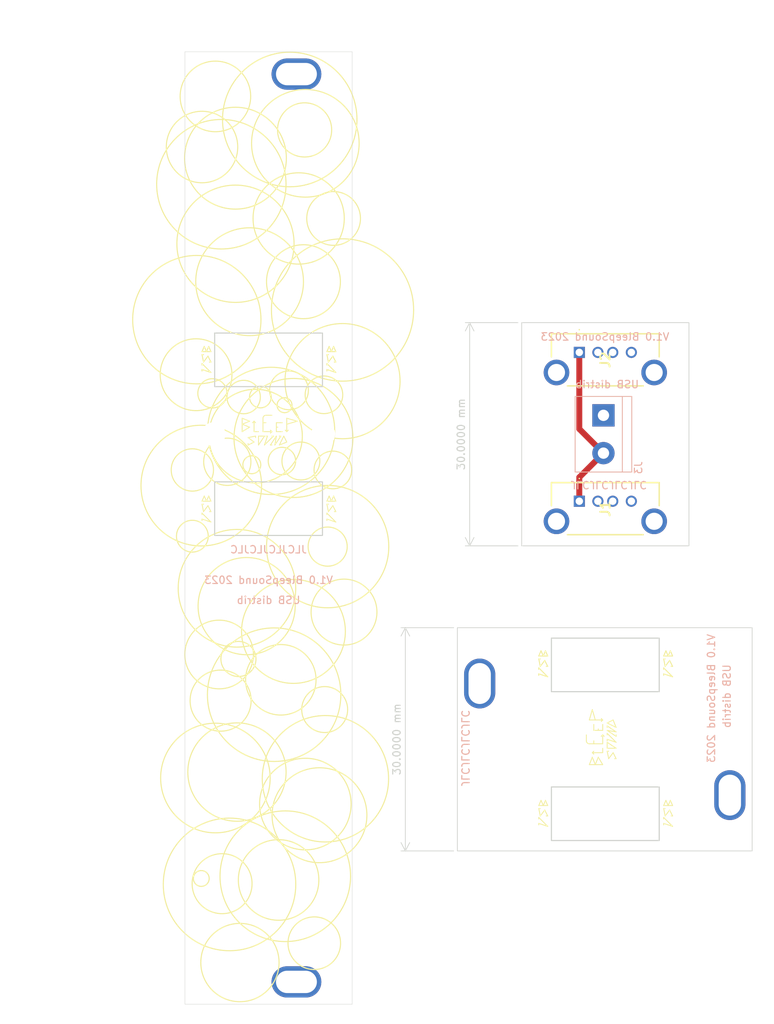
<source format=kicad_pcb>
(kicad_pcb (version 20221018) (generator pcbnew)
  (layers (0 "F.Cu" signal) (31 "B.Cu" signal) (34 "B.Paste" user) (35 "F.Paste" user) (36 "B.SilkS" user "B.Silkscreen") (37 "F.SilkS" user "F.Silkscreen") (38 "B.Mask" user) (39 "F.Mask" user) (44 "Edge.Cuts" user))
  (net 0 "")
  (net 1 "GND")
  (net 2 "+5V")
  (footprint "MountingHole:MountingHole_3.2mm_M3" (layer "F.Cu") (at 153.4 73.4 90)
    (fp_text reference "H7" hide)
    (fp_text value "SpacerHoles")
    (pad "" np_thru_hole circle locked (at 0 0 90) (size 3.2 3.2) (drill 3.2) (layers "*.Cu" "*.Mask"))
  )
  (footprint "MountingHole:MountingHole_3.2mm_M3" (layer "F.Cu") (at 93.35 73.4)
    (fp_text reference "H10" hide)
    (fp_text value "SpacerHoles")
    (pad "" np_thru_hole circle (at 0 0) (size 3.2 3.2) (drill 3.2) (layers "*.Cu" "*.Mask"))
  )
  (footprint "MountingHole:MountingHole_3.2mm_M3" (layer "F.Cu") (at 138.55 73.4 90)
    (fp_text reference "H5" hide)
    (fp_text value "SpacerHoles")
    (pad "" np_thru_hole circle locked (at 0 0 90) (size 3.2 3.2) (drill 3.2) (layers "*.Cu" "*.Mask"))
  )
  (footprint "Kicad-perso:GSB11111ALF" (layer "F.Cu") (at 142.55 62.4 90)
    (fp_text reference "J2" (at -1 3.5 90) (layer "F.SilkS") (effects (font (size 1.27 1.27) (thickness 0.254))))
    (fp_text value "GSB11111ALF" hide)
    (fp_line (start -4.5 -1.6) (end -4.5 8.6) (stroke (width 0.2)) (layer "F.SilkS"))
    (fp_line (start -0.6 -3.75) (end 2.5 -3.75) (stroke (width 0.2)) (layer "F.SilkS"))
    (fp_line (start 2.5 -3.75) (end 2.5 10.75) (stroke (width 0.2)) (layer "F.SilkS"))
    (fp_line (start 2.5 10.75) (end -0.6 10.75) (stroke (width 0.2)) (layer "F.SilkS"))
    (fp_line (start 3 0) (end 3 0) (stroke (width 0.1)) (layer "F.SilkS"))
    (fp_line (start 3.1 0) (end 3.1 0) (stroke (width 0.1)) (layer "F.SilkS"))
    (fp_arc (start 3 0) (mid 3.05 -0.05) (end 3.1 0) (stroke (width 0.1)) (layer "F.SilkS"))
    (fp_arc (start 3.1 0) (mid 3.05 0.05) (end 3 0) (stroke (width 0.1)) (layer "F.SilkS"))
    (pad "1" thru_hole rect (at 0 0 90) (size 1.5 1.5) (drill 1) (layers "*.Cu" "*.Mask") (net 2 "+5V"))
    (pad "2" thru_hole circle (at 0 2.5 90) (size 1.5 1.5) (drill 1) (layers "*.Cu" "*.Mask") (net 1 "GND"))
    (pad "3" thru_hole circle (at 0 4.5 90) (size 1.5 1.5) (drill 1) (layers "*.Cu" "*.Mask") (net 1 "GND"))
    (pad "4" thru_hole circle (at 0 7 90) (size 1.5 1.5) (drill 1) (layers "*.Cu" "*.Mask") (net 1 "GND"))
    (pad "MH1" thru_hole circle (at -2.7 -3.07 90) (size 3.45 3.45) (drill 2.3) (layers "*.Cu" "*.Mask") (net 1 "GND"))
    (pad "MH2" thru_hole circle (at -2.7 10.07 90) (size 3.45 3.45) (drill 2.3) (layers "*.Cu" "*.Mask") (net 1 "GND"))
  )
  (footprint "Synth:Doepfer Mounting hole" (layer "F.Cu") (at 104.5 147)
    (fp_text reference "H1" hide)
    (fp_text value "MountingHole")
    (pad "1" thru_hole oval (at 0 0) (size 6.7 4.2) (drill oval 5.5 3) (layers "*.Cu" "*.Mask"))
  )
  (footprint "Synth:Doepfer Mounting hole" (layer "F.Cu") (at 162.8 121.9 90)
    (fp_text reference "H4" hide)
    (fp_text value "MountingHole")
    (pad "1" thru_hole oval (at 0 0 90) (size 6.7 4.2) (drill oval 5.5 3) (layers "*.Cu" "*.Mask"))
  )
  (footprint "MountingHole:MountingHole_3.2mm_M3" (layer "F.Cu") (at 108.1 73.4)
    (fp_text reference "H9" hide)
    (fp_text value "SpacerHoles")
    (pad "" np_thru_hole circle (at 0 0) (size 3.2 3.2) (drill 3.2) (layers "*.Cu" "*.Mask"))
  )
  (footprint "MountingHole:MountingHole_3.2mm_M3" (layer "F.Cu") (at 153.3 114.4 90)
    (fp_text reference "H8" hide)
    (fp_text value "SpacerHoles")
    (pad "" np_thru_hole circle locked (at 0 0 90) (size 3.2 3.2) (drill 3.2) (layers "*.Cu" "*.Mask"))
  )
  (footprint "Synth:Doepfer Mounting hole" (layer "F.Cu") (at 104.5 25)
    (fp_text reference "H3" hide)
    (fp_text value "MountingHole")
    (pad "1" thru_hole oval (at 0 0) (size 6.7 4.2) (drill oval 5.5 3) (layers "*.Cu" "*.Mask"))
  )
  (footprint "Kicad-perso:GSB11111ALF" (layer "F.Cu") (at 142.55 82.4 90)
    (fp_text reference "J1" (at -1 3.5 90) (layer "F.SilkS") (effects (font (size 1.27 1.27) (thickness 0.254))))
    (fp_text value "GSB11111ALF" hide)
    (fp_line (start -4.5 -1.6) (end -4.5 8.6) (stroke (width 0.2)) (layer "F.SilkS"))
    (fp_line (start -0.6 -3.75) (end 2.5 -3.75) (stroke (width 0.2)) (layer "F.SilkS"))
    (fp_line (start 2.5 -3.75) (end 2.5 10.75) (stroke (width 0.2)) (layer "F.SilkS"))
    (fp_line (start 2.5 10.75) (end -0.6 10.75) (stroke (width 0.2)) (layer "F.SilkS"))
    (fp_line (start 3 0) (end 3 0) (stroke (width 0.1)) (layer "F.SilkS"))
    (fp_line (start 3.1 0) (end 3.1 0) (stroke (width 0.1)) (layer "F.SilkS"))
    (fp_arc (start 3 0) (mid 3.05 -0.05) (end 3.1 0) (stroke (width 0.1)) (layer "F.SilkS"))
    (fp_arc (start 3.1 0) (mid 3.05 0.05) (end 3 0) (stroke (width 0.1)) (layer "F.SilkS"))
    (pad "1" thru_hole rect (at 0 0 90) (size 1.5 1.5) (drill 1) (layers "*.Cu" "*.Mask") (net 2 "+5V"))
    (pad "2" thru_hole circle (at 0 2.5 90) (size 1.5 1.5) (drill 1) (layers "*.Cu" "*.Mask") (net 1 "GND"))
    (pad "3" thru_hole circle (at 0 4.5 90) (size 1.5 1.5) (drill 1) (layers "*.Cu" "*.Mask") (net 1 "GND"))
    (pad "4" thru_hole circle (at 0 7 90) (size 1.5 1.5) (drill 1) (layers "*.Cu" "*.Mask") (net 1 "GND"))
    (pad "MH1" thru_hole circle (at -2.7 -3.07 90) (size 3.45 3.45) (drill 2.3) (layers "*.Cu" "*.Mask") (net 1 "GND"))
    (pad "MH2" thru_hole circle (at -2.7 10.07 90) (size 3.45 3.45) (drill 2.3) (layers "*.Cu" "*.Mask") (net 1 "GND"))
  )
  (footprint "MountingHole:MountingHole_3.2mm_M3" (layer "F.Cu") (at 138.55 114.4 90)
    (fp_text reference "H6" hide)
    (fp_text value "SpacerHoles")
    (pad "" np_thru_hole circle locked (at 0 0 90) (size 3.2 3.2) (drill 3.2) (layers "*.Cu" "*.Mask"))
  )
  (footprint "Synth:Doepfer Mounting hole" (layer "F.Cu") (at 129.15 106.9 90)
    (fp_text reference "H2" hide)
    (fp_text value "MountingHole")
    (pad "1" thru_hole oval (at 0 0 90) (size 6.7 4.2) (drill oval 5.5 3) (layers "*.Cu" "*.Mask"))
  )
  (footprint "TerminalBlock:TerminalBlock_bornier-2_P5.08mm" (layer "B.Cu") (at 145.8 70.86 -90)
    (fp_text reference "J3" (at 7.04 -4.7 90) (layer "B.SilkS") (effects (justify mirror)))
    (fp_text value "Power_Input")
    (fp_line (start -2.54 -3.81) (end 7.62 -3.81) (stroke (width 0.12)) (layer "B.SilkS"))
    (fp_line (start -2.54 3.81) (end -2.54 -3.81) (stroke (width 0.12)) (layer "B.SilkS"))
    (fp_line (start 7.62 -3.81) (end 7.62 3.81) (stroke (width 0.12)) (layer "B.SilkS"))
    (fp_line (start 7.62 -2.54) (end -2.54 -2.54) (stroke (width 0.12)) (layer "B.SilkS"))
    (fp_line (start 7.62 3.81) (end -2.54 3.81) (stroke (width 0.12)) (layer "B.SilkS"))
    (pad "1" thru_hole rect (at 0 0 270) (size 3 3) (drill 1.52) (layers "*.Cu" "*.Mask") (net 1 "GND"))
    (pad "2" thru_hole circle (at 5.08 0 270) (size 3 3) (drill 1.52) (layers "*.Cu" "*.Mask") (net 2 "+5V"))
  )
  (gr_line (start 146.3 112.6) (end 146.3 112.8) (stroke (width 0.12)) (layer "F.SilkS"))
  (gr_line (start 99 73.65) (end 98 73.85) (stroke (width 0.12)) (layer "F.SilkS"))
  (gr_line (start 92.7 61.6) (end 92.4 62.3) (stroke (width 0.12)) (layer "F.SilkS"))
  (gr_line (start 93 82.4) (end 92.7 81.7) (stroke (width 0.12)) (layer "F.SilkS"))
  (gr_line (start 109.4 62.9) (end 109.8 63.7) (stroke (width 0.12)) (layer "F.SilkS"))
  (gr_line (start 144.3 110.4) (end 144.7 111.8) (stroke (width 0.12)) (layer "F.SilkS"))
  (gr_line (start 138.3 103.2) (end 138 102.5) (stroke (width 0.12)) (layer "F.SilkS"))
  (gr_circle (center 104.1 73.9) (end 110 79.3) (stroke (width 0.15)) (fill none) (layer "F.SilkS"))
  (gr_line (start 155.1 106) (end 153.9 104.8) (stroke (width 0.12)) (layer "F.SilkS"))
  (gr_circle (center 96.9 144.4) (end 95.6 139.3) (stroke (width 0.15)) (fill none) (layer "F.SilkS"))
  (gr_line (start 137.9 123.9) (end 138.3 124.7) (stroke (width 0.12)) (layer "F.SilkS"))
  (gr_line (start 100.6 73.65) (end 100.2 74.85) (stroke (width 0.12)) (layer "F.SilkS"))
  (gr_line (start 145.1 113.2) (end 145.1 113) (stroke (width 0.12)) (layer "F.SilkS"))
  (gr_circle (center 91 65.4) (end 92.1 70.1) (stroke (width 0.15)) (fill none) (layer "F.SilkS"))
  (gr_line (start 92.6 83) (end 93 83.8) (stroke (width 0.12)) (layer "F.SilkS"))
  (gr_line (start 153.9 105.6) (end 155.1 106) (stroke (width 0.12)) (layer "F.SilkS"))
  (gr_circle (center 91.8 34.8) (end 92 39.6) (stroke (width 0.15)) (fill none) (layer "F.SilkS"))
  (gr_line (start 109.5 61.6) (end 109.2 62.3) (stroke (width 0.12)) (layer "F.SilkS"))
  (gr_circle (center 110.7 56.7) (end 114.2 47.8) (stroke (width 0.15)) (fill none) (layer "F.SilkS"))
  (gr_line (start 108.6 82.4) (end 109.8 82.4) (stroke (width 0.12)) (layer "F.SilkS"))
  (gr_circle (center 99 73.65) (end 102.550491 78.844999) (stroke (width 0.15)) (fill none) (layer "F.SilkS"))
  (gr_circle (center 94.5 133.8) (end 94 129.8) (stroke (width 0.15)) (fill none) (layer "F.SilkS"))
  (gr_line (start 91.8 62.7) (end 92 63.7) (stroke (width 0.12)) (layer "F.SilkS"))
  (gr_line (start 91.8 64.7) (end 93 65.1) (stroke (width 0.12)) (layer "F.SilkS"))
  (gr_circle (center 95.5 133.9) (end 96.9 125.1) (stroke (width 0.15)) (fill none) (layer "F.SilkS"))
  (gr_circle (center 91.1 58) (end 95.7 50.7) (stroke (width 0.15)) (fill none) (layer "F.SilkS"))
  (gr_line (start 153.9 123.7) (end 154.1 123.7) (stroke (width 0.12)) (layer "F.SilkS"))
  (gr_line (start 101.8 73.65) (end 101.6 74.85) (stroke (width 0.12)) (layer "F.SilkS"))
  (gr_line (start 91.8 82.4) (end 93 82.4) (stroke (width 0.12)) (layer "F.SilkS"))
  (gr_line (start 102.8 73.65) (end 102.2 74.85) (stroke (width 0.12)) (layer "F.SilkS"))
  (gr_line (start 91.8 62.7) (end 92 62.7) (stroke (width 0.12)) (layer "F.SilkS"))
  (gr_line (start 153.9 103.2) (end 155.1 103.2) (stroke (width 0.12)) (layer "F.SilkS"))
  (gr_line (start 109.5 81.7) (end 109.2 82.4) (stroke (width 0.12)) (layer "F.SilkS"))
  (gr_line (start 108.6 64.7) (end 109.8 65.1) (stroke (width 0.12)) (layer "F.SilkS"))
  (gr_line (start 109.2 62.3) (end 108.9 61.6) (stroke (width 0.12)) (layer "F.SilkS"))
  (gr_line (start 93 85.2) (end 91.8 84) (stroke (width 0.12)) (layer "F.SilkS"))
  (gr_line (start 93 63.7) (end 92.8 63.7) (stroke (width 0.12)) (layer "F.SilkS"))
  (gr_line (start 137.4 102.5) (end 137.1 103.2) (stroke (width 0.12)) (layer "F.SilkS"))
  (gr_line (start 109.8 63.7) (end 109.6 63.7) (stroke (width 0.12)) (layer "F.SilkS"))
  (gr_line (start 155.1 124.7) (end 154.9 124.7) (stroke (width 0.12)) (layer "F.SilkS"))
  (gr_line (start 143.9 111.8) (end 144.3 110.4) (stroke (width 0.12)) (layer "F.SilkS"))
  (gr_line (start 92.6 62.9) (end 93 63.7) (stroke (width 0.12)) (layer "F.SilkS"))
  (gr_circle (center 102.550491 77) (end 101 78) (stroke (width 0.15)) (fill none) (layer "F.SilkS"))
  (gr_circle (center 110.7 66.263472) (end 110.9 74) (stroke (width 0.15)) (fill none) (layer "F.SilkS"))
  (gr_line (start 98.8 71.65) (end 99 71.85) (stroke (width 0.12)) (layer "F.SilkS"))
  (gr_line (start 109.8 62.3) (end 109.5 61.6) (stroke (width 0.12)) (layer "F.SilkS"))
  (gr_line (start 93 62.3) (end 92.7 61.6) (stroke (width 0.12)) (layer "F.SilkS"))
  (gr_line (start 137.1 125.7) (end 137.1 125.9) (stroke (width 0.12)) (layer "F.SilkS"))
  (gr_line (start 101.6 74.85) (end 102.4 73.65) (stroke (width 0.12)) (layer "F.SilkS"))
  (gr_line (start 145.7 113.2) (end 145.7 112.4) (stroke (width 0.12)) (layer "F.SilkS"))
  (gr_line (start 104.6 71.65) (end 103.2 72.05) (stroke (width 0.12)) (layer "F.SilkS"))
  (gr_line (start 93 83.8) (end 92.8 83.8) (stroke (width 0.12)) (layer "F.SilkS"))
  (gr_line (start 101.4 73.65) (end 101.2 73.65) (stroke (width 0.12)) (layer "F.SilkS"))
  (gr_line (start 155.1 103.2) (end 154.8 102.5) (stroke (width 0.12)) (layer "F.SilkS"))
  (gr_line (start 153.9 103.2) (end 155.1 103.2) (stroke (width 0.12)) (layer "F.SilkS"))
  (gr_line (start 154.1 104.6) (end 154.7 103.8) (stroke (width 0.12)) (layer "F.SilkS"))
  (gr_circle (center 103.5 67.5) (end 103.7 64.9) (stroke (width 0.15)) (fill none) (layer "F.SilkS"))
  (gr_line (start 98.8 71.65) (end 98.6 71.85) (stroke (width 0.12)) (layer "F.SilkS"))
  (gr_line (start 143.9 115) (end 145.7 115) (stroke (width 0.12)) (layer "F.SilkS"))
  (gr_line (start 91.8 84) (end 91.8 84.2) (stroke (width 0.12)) (layer "F.SilkS"))
  (gr_line (start 146.3 113.6) (end 146.3 113.8) (stroke (width 0.12)) (layer "F.SilkS"))
  (gr_circle (center 108.3 110.4) (end 109.6 113.2) (stroke (width 0.15)) (fill none) (layer "F.SilkS"))
  (gr_line (start 153.9 104.8) (end 153.9 105) (stroke (width 0.12)) (layer "F.SilkS"))
  (gr_line (start 154.8 102.5) (end 154.5 103.2) (stroke (width 0.12)) (layer "F.SilkS"))
  (gr_line (start 98.8 73.05) (end 99.4 73.05) (stroke (width 0.12)) (layer "F.SilkS"))
  (gr_line (start 98.2 71.65) (end 97.2 71.25) (stroke (width 0.12)) (layer "F.SilkS"))
  (gr_line (start 92 63.7) (end 92.6 62.9) (stroke (width 0.12)) (layer "F.SilkS"))
  (gr_circle (center 108.7 88.5) (end 108.3 91.1) (stroke (width 0.15)) (fill none) (layer "F.SilkS"))
  (gr_line (start 108.6 84) (end 108.6 84.2) (stroke (width 0.12)) (layer "F.SilkS"))
  (gr_line (start 154.1 104.6) (end 154.7 103.8) (stroke (width 0.12)) (layer "F.SilkS"))
  (gr_line (start 97.2 73.05) (end 98.2 72.45) (stroke (width 0.12)) (layer "F.SilkS"))
  (gr_circle (center 108.2 68.1) (end 109 70.5) (stroke (width 0.15)) (fill none) (layer "F.SilkS"))
  (gr_line (start 103.2 71.25) (end 103.2 73.05) (stroke (width 0.12)) (layer "F.SilkS"))
  (gr_line (start 153.9 105.6) (end 153.9 105.8) (stroke (width 0.12)) (layer "F.SilkS"))
  (gr_circle (center 96.3 36.3) (end 99.2 42.5) (stroke (width 0.15)) (fill none) (layer "F.SilkS"))
  (gr_line (start 92.4 62.3) (end 92.1 61.6) (stroke (width 0.12)) (layer "F.SilkS"))
  (gr_line (start 154.2 122.6) (end 153.9 123.3) (stroke (width 0.12)) (layer "F.SilkS"))
  (gr_line (start 109.8 85.2) (end 108.6 84) (stroke (width 0.12)) (layer "F.SilkS"))
  (gr_line (start 143.9 111.8) (end 145.7 111.8) (stroke (width 0.12)) (layer "F.SilkS"))
  (gr_line (start 146.3 116) (end 146.5 117) (stroke (width 0.12)) (layer "F.SilkS"))
  (gr_circle (center 101.1 72.95) (end 108 78) (stroke (width 0.15)) (fill none) (layer "F.SilkS"))
  (gr_line (start 100 71.25) (end 100 73.05) (stroke (width 0.12)) (layer "F.SilkS"))
  (gr_line (start 155.1 104.6) (end 154.9 104.6) (stroke (width 0.12)) (layer "F.SilkS"))
  (gr_line (start 137.9 103.8) (end 138.3 104.6) (stroke (width 0.12)) (layer "F.SilkS"))
  (gr_line (start 109.4 62.9) (end 109.8 63.7) (stroke (width 0.12)) (layer "F.SilkS"))
  (gr_line (start 91.8 82.8) (end 92 83.8) (stroke (width 0.12)) (layer "F.SilkS"))
  (gr_line (start 147.5 115.6) (end 146.3 114.8) (stroke (width 0.12)) (layer "F.SilkS"))
  (gr_line (start 145.7 113.8) (end 145.5 114) (stroke (width 0.12)) (layer "F.SilkS"))
  (gr_line (start 144.3 116.2) (end 145.7 116.2) (stroke (width 0.12)) (layer "F.SilkS"))
  (gr_line (start 92 63.7) (end 92.6 62.9) (stroke (width 0.12)) (layer "F.SilkS"))
  (gr_line (start 92.1 61.6) (end 91.8 62.3) (stroke (width 0.12)) (layer "F.SilkS"))
  (gr_line (start 92.6 62.9) (end 93 63.7) (stroke (width 0.12)) (layer "F.SilkS"))
  (gr_line (start 91.8 62.3) (end 93 62.3) (stroke (width 0.12)) (layer "F.SilkS"))
  (gr_line (start 145.7 116.2) (end 145.7 115.6) (stroke (width 0.12)) (layer "F.SilkS"))
  (gr_line (start 100.2 74.85) (end 101.4 73.65) (stroke (width 0.12)) (layer "F.SilkS"))
  (gr_line (start 154.7 103.8) (end 155.1 104.6) (stroke (width 0.12)) (layer "F.SilkS"))
  (gr_line (start 144.5 113.2) (end 144.5 112.4) (stroke (width 0.12)) (layer "F.SilkS"))
  (gr_line (start 137.1 103.6) (end 137.3 103.6) (stroke (width 0.12)) (layer "F.SilkS"))
  (gr_line (start 137.1 104.8) (end 137.1 105) (stroke (width 0.12)) (layer "F.SilkS"))
  (gr_line (start 154.1 124.7) (end 154.7 123.9) (stroke (width 0.12)) (layer "F.SilkS"))
  (gr_circle (center 93.6 28) (end 95.1 32.5) (stroke (width 0.15)) (fill none) (layer "F.SilkS"))
  (gr_line (start 108.6 84.8) (end 109.8 85.2) (stroke (width 0.12)) (layer "F.SilkS"))
  (gr_line (start 153.9 103.6) (end 154.1 103.6) (stroke (width 0.12)) (layer "F.SilkS"))
  (gr_circle (center 105.7 34.3) (end 111.2 39) (stroke (width 0.15)) (fill none) (layer "F.SilkS"))
  (gr_line (start 137.9 103.8) (end 138.3 104.6) (stroke (width 0.12)) (layer "F.SilkS"))
  (gr_line (start 144.3 116.2) (end 144.5 116.4) (stroke (width 0.12)) (layer "F.SilkS"))
  (gr_line (start 147.5 112.8) (end 147.1 111.8) (stroke (width 0.12)) (layer "F.SilkS"))
  (gr_line (start 137.3 104.6) (end 137.9 103.8) (stroke (width 0.12)) (layer "F.SilkS"))
  (gr_line (start 146.3 116) (end 146.5 116) (stroke (width 0.12)) (layer "F.SilkS"))
  (gr_line (start 91.8 63.9) (end 91.8 64.1) (stroke (width 0.12)) (layer "F.SilkS"))
  (gr_circle (center 104.8 44.4) (end 106.8 50.2) (stroke (width 0.15)) (fill none) (layer "F.SilkS"))
  (gr_line (start 100.4 70.85) (end 101.2 70.85) (stroke (width 0.12)) (layer "F.SilkS"))
  (gr_line (start 153.9 104.8) (end 153.9 105) (stroke (width 0.12)) (layer "F.SilkS"))
  (gr_line (start 137.1 103.2) (end 138.3 103.2) (stroke (width 0.12)) (layer "F.SilkS"))
  (gr_line (start 137.1 105.6) (end 137.1 105.8) (stroke (width 0.12)) (layer "F.SilkS"))
  (gr_line (start 91.8 63.9) (end 91.8 64.1) (stroke (width 0.12)) (layer "F.SilkS"))
  (gr_line (start 155.1 126.1) (end 153.9 124.9) (stroke (width 0.12)) (layer "F.SilkS"))
  (gr_line (start 137.4 102.5) (end 137.1 103.2) (stroke (width 0.12)) (layer "F.SilkS"))
  (gr_line (start 137.7 103.2) (end 137.4 102.5) (stroke (width 0.12)) (layer "F.SilkS"))
  (gr_line (start 146.3 114.8) (end 146.3 115.6) (stroke (width 0.12)) (layer "F.SilkS"))
  (gr_line (start 154.7 103.8) (end 155.1 104.6) (stroke (width 0.12)) (layer "F.SilkS"))
  (gr_line (start 153.9 103.6) (end 154.1 104.6) (stroke (width 0.12)) (layer "F.SilkS"))
  (gr_line (start 100.6 73.65) (end 100.4 73.65) (stroke (width 0.12)) (layer "F.SilkS"))
  (gr_line (start 102.4 73.65) (end 102.2 73.65) (stroke (width 0.12)) (layer "F.SilkS"))
  (gr_line (start 109.8 83.8) (end 109.6 83.8) (stroke (width 0.12)) (layer "F.SilkS"))
  (gr_circle (center 105.6 32.5) (end 106.6 36) (stroke (width 0.15)) (fill none) (layer "F.SilkS"))
  (gr_line (start 137.1 123.3) (end 138.3 123.3) (stroke (width 0.12)) (layer "F.SilkS"))
  (gr_line (start 92.1 81.7) (end 91.8 82.4) (stroke (width 0.12)) (layer "F.SilkS"))
  (gr_line (start 91.8 62.7) (end 92 63.7) (stroke (width 0.12)) (layer "F.SilkS"))
  (gr_line (start 138.3 103.2) (end 138 102.5) (stroke (width 0.12)) (layer "F.SilkS"))
  (gr_circle (center 90.5 78.2) (end 93.3 78.7) (stroke (width 0.15)) (fill none) (layer "F.SilkS"))
  (gr_line (start 108.6 84.8) (end 108.6 85) (stroke (width 0.12)) (layer "F.SilkS"))
  (gr_line (start 138.3 106) (end 137.1 104.8) (stroke (width 0.12)) (layer "F.SilkS"))
  (gr_line (start 153.9 124.9) (end 153.9 125.1) (stroke (width 0.12)) (layer "F.SilkS"))
  (gr_line (start 154.8 122.6) (end 154.5 123.3) (stroke (width 0.12)) (layer "F.SilkS"))
  (gr_line (start 155.1 104.6) (end 154.9 104.6) (stroke (width 0.12)) (layer "F.SilkS"))
  (gr_circle (center 90.5 87.1) (end 90.9 89.2) (stroke (width 0.15)) (fill none) (layer "F.SilkS"))
  (gr_line (start 103 72.85) (end 103.2 73.05) (stroke (width 0.12)) (layer "F.SilkS"))
  (gr_circle (center 110.9 97.3) (end 108.8 93.4) (stroke (width 0.15)) (fill none) (layer "F.SilkS"))
  (gr_line (start 100 73.05) (end 101.2 73.05) (stroke (width 0.12)) (layer "F.SilkS"))
  (gr_line (start 137.3 104.6) (end 137.9 103.8) (stroke (width 0.12)) (layer "F.SilkS"))
  (gr_circle (center 93.6 119.6) (end 98.5 114.1) (stroke (width 0.15)) (fill none) (layer "F.SilkS"))
  (gr_line (start 109.8 65.1) (end 108.6 63.9) (stroke (width 0.12)) (layer "F.SilkS"))
  (gr_line (start 137.1 123.7) (end 137.3 124.7) (stroke (width 0.12)) (layer "F.SilkS"))
  (gr_line (start 109.2 62.3) (end 108.9 61.6) (stroke (width 0.12)) (layer "F.SilkS"))
  (gr_line (start 146.3 115.6) (end 147.5 115.6) (stroke (width 0.12)) (layer "F.SilkS"))
  (gr_line (start 101.8 71.85) (end 102.6 71.85) (stroke (width 0.12)) (layer "F.SilkS"))
  (gr_line (start 98.8 71.65) (end 98.8 73.05) (stroke (width 0.12)) (layer "F.SilkS"))
  (gr_circle (center 106.9 141.8) (end 107.4 138.3) (stroke (width 0.15)) (fill none) (layer "F.SilkS"))
  (gr_line (start 108.9 61.6) (end 108.6 62.3) (stroke (width 0.12)) (layer "F.SilkS"))
  (gr_line (start 145.7 113.8) (end 145.9 114) (stroke (width 0.12)) (layer "F.SilkS"))
  (gr_line (start 91.8 62.3) (end 93 62.3) (stroke (width 0.12)) (layer "F.SilkS"))
  (gr_line (start 143.5 114.6) (end 143.5 113.8) (stroke (width 0.12)) (layer "F.SilkS"))
  (gr_line (start 102.8 73.65) (end 103.2 74.45) (stroke (width 0.12)) (layer "F.SilkS"))
  (gr_line (start 100 71.85) (end 100.4 71.85) (stroke (width 0.12)) (layer "F.SilkS"))
  (gr_line (start 137.1 105.6) (end 138.3 106) (stroke (width 0.12)) (layer "F.SilkS"))
  (gr_line (start 137.3 124.7) (end 137.9 123.9) (stroke (width 0.12)) (layer "F.SilkS"))
  (gr_circle (center 97.4 68.4) (end 96.6 70.5) (stroke (width 0.15)) (fill none) (layer "F.SilkS"))
  (gr_line (start 102.2 74.85) (end 103.2 74.45) (stroke (width 0.12)) (layer "F.SilkS"))
  (gr_line (start 137.1 103.6) (end 137.3 104.6) (stroke (width 0.12)) (layer "F.SilkS"))
  (gr_circle (center 108.7 88.5) (end 110.6 96.5) (stroke (width 0.15)) (fill none) (layer "F.SilkS"))
  (gr_line (start 147.5 113.4) (end 146.3 112.6) (stroke (width 0.12)) (layer "F.SilkS"))
  (gr_line (start 108.6 82.8) (end 108.8 83.8) (stroke (width 0.12)) (layer "F.SilkS"))
  (gr_line (start 138.3 106) (end 137.1 104.8) (stroke (width 0.12)) (layer "F.SilkS"))
  (gr_line (start 91.8 82.8) (end 92 82.8) (stroke (width 0.12)) (layer "F.SilkS"))
  (gr_line (start 138 102.5) (end 137.7 103.2) (stroke (width 0.12)) (layer "F.SilkS"))
  (gr_line (start 138.3 124.7) (end 138.1 124.7) (stroke (width 0.12)) (layer "F.SilkS"))
  (gr_line (start 98.8 74.45) (end 98 74.85) (stroke (width 0.12)) (layer "F.SilkS"))
  (gr_line (start 101 74.85) (end 101.2 74.85) (stroke (width 0.12)) (layer "F.SilkS"))
  (gr_line (start 108.8 83.8) (end 109.4 83) (stroke (width 0.12)) (layer "F.SilkS"))
  (gr_circle (center 108.4 119.7) (end 102.7 113.4) (stroke (width 0.15)) (fill none) (layer "F.SilkS"))
  (gr_circle (center 98.5 77.5) (end 98.6 78.7) (stroke (width 0.15)) (fill none) (layer "F.SilkS"))
  (gr_circle (center 94.3 109.2) (end 97.1 106.2) (stroke (width 0.15)) (fill none) (layer "F.SilkS"))
  (gr_line (start 91.8 64.7) (end 93 65.1) (stroke (width 0.12)) (layer "F.SilkS"))
  (gr_line (start 154.5 103.2) (end 154.2 102.5) (stroke (width 0.12)) (layer "F.SilkS"))
  (gr_circle (center 101.5 108.4) (end 103.7 117.1) (stroke (width 0.15)) (fill none) (layer "F.SilkS"))
  (gr_line (start 109.8 63.7) (end 109.6 63.7) (stroke (width 0.12)) (layer "F.SilkS"))
  (gr_line (start 101.8 73.05) (end 102.6 73.05) (stroke (width 0.12)) (layer "F.SilkS"))
  (gr_line (start 154.7 123.9) (end 155.1 124.7) (stroke (width 0.12)) (layer "F.SilkS"))
  (gr_circle (center 96.7 103.6) (end 95.3 105.5) (stroke (width 0.15)) (fill none) (layer "F.SilkS"))
  (gr_line (start 146.5 117) (end 147.1 116.2) (stroke (width 0.12)) (layer "F.SilkS"))
  (gr_line (start 108.6 62.7) (end 108.8 63.7) (stroke (width 0.12)) (layer "F.SilkS"))
  (gr_circle (center 97.8 96.5) (end 91.9 93.7) (stroke (width 0.15)) (fill none) (layer "F.SilkS"))
  (gr_line (start 137.1 123.7) (end 137.3 123.7) (stroke (width 0.12)) (layer "F.SilkS"))
  (gr_circle (center 99.64722 68.4) (end 100.6 69.5) (stroke (width 0.15)) (fill none) (layer "F.SilkS"))
  (gr_circle (center 95.2 77.1) (end 96.7 79.9) (stroke (width 0.15)) (fill none) (layer "F.SilkS"))
  (gr_line (start 91.8 84.8) (end 93 85.2) (stroke (width 0.12)) (layer "F.SilkS"))
  (gr_line (start 108.9 81.7) (end 108.6 82.4) (stroke (width 0.12)) (layer "F.SilkS"))
  (gr_line (start 146.3 114.4) (end 147.5 114.8) (stroke (width 0.12)) (layer "F.SilkS"))
  (gr_circle (center 96.3 47.8) (end 102.7 52.4) (stroke (width 0.15)) (fill none) (layer "F.SilkS"))
  (gr_line (start 155.1 106) (end 153.9 104.8) (stroke (width 0.12)) (layer "F.SilkS"))
  (gr_line (start 92.1 61.6) (end 91.8 62.3) (stroke (width 0.12)) (layer "F.SilkS"))
  (gr_line (start 93 63.7) (end 92.8 63.7) (stroke (width 0.12)) (layer "F.SilkS"))
  (gr_line (start 92.4 62.3) (end 92.1 61.6) (stroke (width 0.12)) (layer "F.SilkS"))
  (gr_line (start 109.8 62.3) (end 109.5 61.6) (stroke (width 0.12)) (layer "F.SilkS"))
  (gr_circle (center 107.6 124.6) (end 109.1 130.8) (stroke (width 0.15)) (fill none) (layer "F.SilkS"))
  (gr_line (start 92.4 82.4) (end 92.1 81.7) (stroke (width 0.12)) (layer "F.SilkS"))
  (gr_line (start 145.7 115) (end 145.7 113.8) (stroke (width 0.12)) (layer "F.SilkS"))
  (gr_circle (center 93.2 67.9) (end 93.7 69.8) (stroke (width 0.15)) (fill none) (layer "F.SilkS"))
  (gr_line (start 93 62.3) (end 92.7 61.6) (stroke (width 0.12)) (layer "F.SilkS"))
  (gr_line (start 155.1 123.3) (end 154.8 122.6) (stroke (width 0.12)) (layer "F.SilkS"))
  (gr_line (start 143.9 117.8) (end 145.7 117.8) (stroke (width 0.12)) (layer "F.SilkS"))
  (gr_line (start 138.3 123.3) (end 138 122.6) (stroke (width 0.12)) (layer "F.SilkS"))
  (gr_circle (center 98.2 52.9) (end 100.7 46.1) (stroke (width 0.15)) (fill none) (layer "F.SilkS"))
  (gr_circle (center 96.5 118.8) (end 98.5 125.1) (stroke (width 0.15)) (fill none) (layer "F.SilkS"))
  (gr_line (start 91.8 62.7) (end 92 62.7) (stroke (width 0.12)) (layer "F.SilkS"))
  (gr_line (start 145.7 111.8) (end 145.5 111.8) (stroke (width 0.12)) (layer "F.SilkS"))
  (gr_circle (center 91.7 133.1) (end 92.4 133.9) (stroke (width 0.15)) (fill none) (layer "F.SilkS"))
  (gr_line (start 98 74.85) (end 98 74.65) (stroke (width 0.12)) (layer "F.SilkS"))
  (gr_arc (start 100 71.25) (mid 100.117157 70.967157) (end 100.4 70.85) (stroke (width 0.12)) (layer "F.SilkS"))
  (gr_line (start 109.2 82.4) (end 108.9 81.7) (stroke (width 0.12)) (layer "F.SilkS"))
  (gr_line (start 138 102.5) (end 137.7 103.2) (stroke (width 0.12)) (layer "F.SilkS"))
  (gr_line (start 92 83.8) (end 92.6 83) (stroke (width 0.12)) (layer "F.SilkS"))
  (gr_line (start 137.1 104.8) (end 137.1 105) (stroke (width 0.12)) (layer "F.SilkS"))
  (gr_circle (center 105.444998 52.9) (end 108.1 57.1) (stroke (width 0.15)) (fill none) (layer "F.SilkS"))
  (gr_circle (center 109.5 44.4) (end 113.1 44.1) (stroke (width 0.15)) (fill none) (layer "F.SilkS"))
  (gr_line (start 154.5 103.2) (end 154.2 102.5) (stroke (width 0.12)) (layer "F.SilkS"))
  (gr_line (start 108.6 62.3) (end 109.8 62.3) (stroke (width 0.12)) (layer "F.SilkS"))
  (gr_line (start 108.8 63.7) (end 109.4 62.9) (stroke (width 0.12)) (layer "F.SilkS"))
  (gr_line (start 108.6 64.7) (end 108.6 64.9) (stroke (width 0.12)) (layer "F.SilkS"))
  (gr_circle (center 96.5 94.1) (end 90 89.6) (stroke (width 0.15)) (fill none) (layer "F.SilkS"))
  (gr_line (start 108.6 62.3) (end 109.8 62.3) (stroke (width 0.12)) (layer "F.SilkS"))
  (gr_line (start 137.7 123.3) (end 137.4 122.6) (stroke (width 0.12)) (layer "F.SilkS"))
  (gr_circle (center 103 132.8) (end 96 138.1) (stroke (width 0.15)) (fill none) (layer "F.SilkS"))
  (gr_line (start 137.1 103.6) (end 137.3 104.6) (stroke (width 0.12)) (layer "F.SilkS"))
  (gr_line (start 108.8 63.7) (end 109.4 62.9) (stroke (width 0.12)) (layer "F.SilkS"))
  (gr_line (start 98 73.85) (end 98.8 74.45) (stroke (width 0.12)) (layer "F.SilkS"))
  (gr_circle (center 102.4 106.4) (end 97.7 105.8) (stroke (width 0.15)) (fill none) (layer "F.SilkS"))
  (gr_circle (center 94.4 39.8) (end 94.557324 31.1) (stroke (width 0.15)) (fill none) (layer "F.SilkS"))
  (gr_line (start 145.7 117.8) (end 145.1 116.8) (stroke (width 0.12)) (layer "F.SilkS"))
  (gr_circle (center 104.1 99.9) (end 98.6 104.2) (stroke (width 0.15)) (fill none) (layer "F.SilkS"))
  (gr_line (start 100.2 73.65) (end 99.4 73.65) (stroke (width 0.12)) (layer "F.SilkS"))
  (gr_line (start 146.3 114.4) (end 146.3 114.6) (stroke (width 0.12)) (layer "F.SilkS"))
  (gr_circle (center 102.1 133.3) (end 105.7 129.255485) (stroke (width 0.15)) (fill none) (layer "F.SilkS"))
  (gr_line (start 137.1 103.6) (end 137.3 103.6) (stroke (width 0.12)) (layer "F.SilkS"))
  (gr_line (start 153.9 105.6) (end 155.1 106) (stroke (width 0.12)) (layer "F.SilkS"))
  (gr_line (start 137.1 124.9) (end 137.1 125.1) (stroke (width 0.12)) (layer "F.SilkS"))
  (gr_line (start 109.5 61.6) (end 109.2 62.3) (stroke (width 0.12)) (layer "F.SilkS"))
  (gr_line (start 91.8 64.7) (end 91.8 64.9) (stroke (width 0.12)) (layer "F.SilkS"))
  (gr_line (start 98.2 72.45) (end 97.2 72.05) (stroke (width 0.12)) (layer "F.SilkS"))
  (gr_line (start 101.8 73.65) (end 101 74.85) (stroke (width 0.12)) (layer "F.SilkS"))
  (gr_line (start 93 65.1) (end 91.8 63.9) (stroke (width 0.12)) (layer "F.SilkS"))
  (gr_arc (start 143.9 115) (mid 143.617157 114.882843) (end 143.5 114.6) (stroke (width 0.12)) (layer "F.SilkS"))
  (gr_line (start 144.5 115) (end 144.5 114.6) (stroke (width 0.12)) (layer "F.SilkS"))
  (gr_line (start 146.3 112.2) (end 147.1 111.8) (stroke (width 0.12)) (layer "F.SilkS"))
  (gr_line (start 153.9 125.7) (end 153.9 125.9) (stroke (width 0.12)) (layer "F.SilkS"))
  (gr_line (start 108.6 62.7) (end 108.8 63.7) (stroke (width 0.12)) (layer "F.SilkS"))
  (gr_line (start 103.2 73.05) (end 103.2 72.85) (stroke (width 0.12)) (layer "F.SilkS"))
  (gr_line (start 99.4 74.85) (end 100.2 73.65) (stroke (width 0.12)) (layer "F.SilkS"))
  (gr_line (start 153.9 123.7) (end 154.1 124.7) (stroke (width 0.12)) (layer "F.SilkS"))
  (gr_line (start 153.9 105.6) (end 153.9 105.8) (stroke (width 0.12)) (layer "F.SilkS"))
  (gr_line (start 144.3 116.8) (end 143.9 117.8) (stroke (width 0.12)) (layer "F.SilkS"))
  (gr_line (start 137.1 105.6) (end 138.3 106) (stroke (width 0.12)) (layer "F.SilkS"))
  (gr_line (start 154.2 102.5) (end 153.9 103.2) (stroke (width 0.12)) (layer "F.SilkS"))
  (gr_line (start 108.9 61.6) (end 108.6 62.3) (stroke (width 0.12)) (layer "F.SilkS"))
  (gr_line (start 108.6 62.7) (end 108.8 62.7) (stroke (width 0.12)) (layer "F.SilkS"))
  (gr_line (start 101.2 73.05) (end 101 72.85) (stroke (width 0.12)) (layer "F.SilkS"))
  (gr_line (start 97.2 71.25) (end 97.2 73.05) (stroke (width 0.12)) (layer "F.SilkS"))
  (gr_line (start 91.8 84.8) (end 91.8 85) (stroke (width 0.12)) (layer "F.SilkS"))
  (gr_line (start 147.5 114) (end 147.5 113.8) (stroke (width 0.12)) (layer "F.SilkS"))
  (gr_line (start 137.1 103.2) (end 138.3 103.2) (stroke (width 0.12)) (layer "F.SilkS"))
  (gr_line (start 147.5 114.8) (end 146.3 113.6) (stroke (width 0.12)) (layer "F.SilkS"))
  (gr_line (start 144.3 116.2) (end 144.5 116) (stroke (width 0.12)) (layer "F.SilkS"))
  (gr_line (start 92.7 61.6) (end 92.4 62.3) (stroke (width 0.12)) (layer "F.SilkS"))
  (gr_circle (center 105.7 123.1) (end 101.5 127.6) (stroke (width 0.15)) (fill none) (layer "F.SilkS"))
  (gr_line (start 101.8 71.85) (end 101.8 73.05) (stroke (width 0.12)) (layer "F.SilkS"))
  (gr_line (start 138 122.6) (end 137.7 123.3) (stroke (width 0.12)) (layer "F.SilkS"))
  (gr_line (start 137.1 125.7) (end 138.3 126.1) (stroke (width 0.12)) (layer "F.SilkS"))
  (gr_line (start 145.1 116.8) (end 144.7 117.8) (stroke (width 0.12)) (layer "F.SilkS"))
  (gr_line (start 146.3 112.2) (end 147.5 112.8) (stroke (width 0.12)) (layer "F.SilkS"))
  (gr_line (start 154.2 102.5) (end 153.9 103.2) (stroke (width 0.12)) (layer "F.SilkS"))
  (gr_line (start 103.2 73.05) (end 103.4 72.85) (stroke (width 0.12)) (layer "F.SilkS"))
  (gr_line (start 154.8 102.5) (end 154.5 103.2) (stroke (width 0.12)) (layer "F.SilkS"))
  (gr_line (start 101.2 73.05) (end 101 73.25) (stroke (width 0.12)) (layer "F.SilkS"))
  (gr_circle (center 94.1 103) (end 98.1 105.3) (stroke (width 0.15)) (fill none) (layer "F.SilkS"))
  (gr_line (start 153.9 103.6) (end 154.1 104.6) (stroke (width 0.12)) (layer "F.SilkS"))
  (gr_line (start 108.6 82.8) (end 108.8 82.8) (stroke (width 0.12)) (layer "F.SilkS"))
  (gr_circle (center 103.6 31.1) (end 98.7 38.7) (stroke (width 0.15)) (fill none) (layer "F.SilkS"))
  (gr_line (start 153.9 125.7) (end 155.1 126.1) (stroke (width 0.12)) (layer "F.SilkS"))
  (gr_line (start 153.9 103.6) (end 154.1 103.6) (stroke (width 0.12)) (layer "F.SilkS"))
  (gr_circle (center 102.9 69.5) (end 102.8 68.5) (stroke (width 0.15)) (fill none) (layer "F.SilkS"))
  (gr_line (start 97.2 72.05) (end 98.2 71.65) (stroke (width 0.12)) (layer "F.SilkS"))
  (gr_line (start 146.3 113.2) (end 147.5 114) (stroke (width 0.12)) (layer "F.SilkS"))
  (gr_line (start 147.1 116.2) (end 147.5 117) (stroke (width 0.12)) (layer "F.SilkS"))
  (gr_line (start 144.5 113.2) (end 145.7 113.2) (stroke (width 0.12)) (layer "F.SilkS"))
  (gr_line (start 108.6 64.7) (end 109.8 65.1) (stroke (width 0.12)) (layer "F.SilkS"))
  (gr_line (start 144.7 117.8) (end 144.3 116.8) (stroke (width 0.12)) (layer "F.SilkS"))
  (gr_circle (center 91.7 80.3) (end 91.3 88.4) (stroke (width 0.15)) (fill none) (layer "F.SilkS"))
  (gr_line (start 99.4 73.65) (end 99.4 74.85) (stroke (width 0.12)) (layer "F.SilkS"))
  (gr_line (start 153.9 123.3) (end 155.1 123.3) (stroke (width 0.12)) (layer "F.SilkS"))
  (gr_line (start 137.7 103.2) (end 137.4 102.5) (stroke (width 0.12)) (layer "F.SilkS"))
  (gr_line (start 147.5 117) (end 147.3 117) (stroke (width 0.12)) (layer "F.SilkS"))
  (gr_line (start 109.8 82.4) (end 109.5 81.7) (stroke (width 0.12)) (layer "F.SilkS"))
  (gr_line (start 137.1 105.6) (end 137.1 105.8) (stroke (width 0.12)) (layer "F.SilkS"))
  (gr_line (start 138.3 126.1) (end 137.1 124.9) (stroke (width 0.12)) (layer "F.SilkS"))
  (gr_line (start 145.5 112) (end 145.7 111.8) (stroke (width 0.12)) (layer "F.SilkS"))
  (gr_line (start 108.6 64.7) (end 108.6 64.9) (stroke (width 0.12)) (layer "F.SilkS"))
  (gr_line (start 92.7 81.7) (end 92.4 82.4) (stroke (width 0.12)) (layer "F.SilkS"))
  (gr_line (start 108.6 62.7) (end 108.8 62.7) (stroke (width 0.12)) (layer "F.SilkS"))
  (gr_circle (center 109.4 78.2) (end 109.8 80.7) (stroke (width 0.15)) (fill none) (layer "F.SilkS"))
  (gr_line (start 109.8 65.1) (end 108.6 63.9) (stroke (width 0.12)) (layer "F.SilkS"))
  (gr_line (start 137.4 122.6) (end 137.1 123.3) (stroke (width 0.12)) (layer "F.SilkS"))
  (gr_line (start 103.2 71.25) (end 104.6 71.65) (stroke (width 0.12)) (layer "F.SilkS"))
  (gr_line (start 99 73.65) (end 99 73.85) (stroke (width 0.12)) (layer "F.SilkS"))
  (gr_line (start 154.5 123.3) (end 154.2 122.6) (stroke (width 0.12)) (layer "F.SilkS"))
  (gr_line (start 138.3 104.6) (end 138.1 104.6) (stroke (width 0.12)) (layer "F.SilkS"))
  (gr_line (start 93 65.1) (end 91.8 63.9) (stroke (width 0.12)) (layer "F.SilkS"))
  (gr_line (start 138.3 104.6) (end 138.1 104.6) (stroke (width 0.12)) (layer "F.SilkS"))
  (gr_line (start 91.8 64.7) (end 91.8 64.9) (stroke (width 0.12)) (layer "F.SilkS"))
  (gr_line (start 108.6 63.9) (end 108.6 64.1) (stroke (width 0.12)) (layer "F.SilkS"))
  (gr_line (start 146.3 113.2) (end 147.5 113.4) (stroke (width 0.12)) (layer "F.SilkS"))
  (gr_line (start 101.8 72.45) (end 102 72.45) (stroke (width 0.12)) (layer "F.SilkS"))
  (gr_line (start 145.7 111.8) (end 145.5 111.6) (stroke (width 0.12)) (layer "F.SilkS"))
  (gr_line (start 108.6 63.9) (end 108.6 64.1) (stroke (width 0.12)) (layer "F.SilkS"))
  (gr_line (start 109.4 83) (end 109.8 83.8) (stroke (width 0.12)) (layer "F.SilkS"))
  (gr_circle (center 105.1 77) (end 102.8 78.1) (stroke (width 0.15)) (fill none) (layer "F.SilkS"))
  (gr_line (start 155.1 103.2) (end 154.8 102.5) (stroke (width 0.12)) (layer "F.SilkS"))
  (gr_line (start 89.5 22) (end 112 22) (stroke (width 0.05)) (layer "Edge.Cuts"))
  (gr_line (start 112 22) (end 112 150) (stroke (width 0.05)) (layer "Edge.Cuts"))
  (gr_line (start 112 150) (end 89.5 150) (stroke (width 0.05)) (layer "Edge.Cuts"))
  (gr_rect (start 138.8 100.8) (end 153.3 108) (stroke (width 0.15)) (fill none) (layer "Edge.Cuts"))
  (gr_rect (start 126.15 99.4) (end 165.8 129.4) (stroke (width 0.1)) (fill none) (layer "Edge.Cuts"))
  (gr_rect (start 134.8 58.4) (end 157.3 88.4) (stroke (width 0.1)) (fill none) (layer "Edge.Cuts"))
  (gr_line (start 89.5 22) (end 89.5 150) (stroke (width 0.05)) (layer "Edge.Cuts"))
  (gr_rect (start 93.5 59.8) (end 108 67) (stroke (width 0.15)) (fill none) (layer "Edge.Cuts"))
  (gr_rect (start 138.8 120.8) (end 153.3 128) (stroke (width 0.15)) (fill none) (layer "Edge.Cuts"))
  (gr_rect (start 93.5 79.8) (end 108 87) (stroke (width 0.15)) (fill none) (layer "Edge.Cuts"))
  (gr_text "USB distrib" (at 100.75 95.7) (layer "B.SilkS") (effects (font (size 1 1)) (justify mirror)))
  (gr_text "USB distrib" (at 146.3 66.7) (layer "B.SilkS") (effects (font (size 1 1)) (justify mirror)))
  (gr_text "V1.0 BleepSound 2023\n" (at 100.75 93) (layer "B.SilkS") (effects (font (size 1 1)) (justify mirror)))
  (gr_text "JLCJLCJLCJLC\n" (at 146.5 80.2 180) (layer "B.SilkS") (effects (font (size 1 1)) (justify mirror)))
  (gr_text "JLCJLCJLCJLC\n" (at 100.75 88.9) (layer "B.SilkS") (effects (font (size 1 1)) (justify mirror)))
  (gr_text "V1.0 BleepSound 2023\n" (at 146 60.3) (layer "B.SilkS") (effects (font (size 1 1)) (justify mirror)))
  (gr_text "USB distrib" (at 162.4 108.6 90) (layer "B.SilkS") (effects (font (size 1 1)) (justify mirror)))
  (gr_text "JLCJLCJLCJLC\n" (at 127.2 115.6 -90) (layer "B.SilkS") (effects (font (size 1 1)) (justify mirror)))
  (gr_text "V1.0 BleepSound 2023\n" (at 160.3 108.9 90) (layer "B.SilkS") (effects (font (size 1 1)) (justify mirror)))
  (dimension (type aligned) (layer "Edge.Cuts") (pts (xy 134.8 88.4) (xy 134.8 58.4)) (height -7) (gr_text "30,0000 mm" (at 126.65 73.4 90) (layer "Edge.Cuts") (effects (font (size 1 1) (thickness 0.15)))) (format (prefix "") (suffix "") (units 3) (units_format 1) (precision 4)) (style (thickness 0.1) (arrow_length 1.27) (text_position_mode 0) (extension_height 0.58642) (extension_offset 0.5) keep_text_aligned))
  (dimension (type aligned) (layer "Edge.Cuts") (pts (xy 126.15 129.4) (xy 126.15 99.4)) (height -7) (gr_text "30,0000 mm" (at 118 114.4 90) (layer "Edge.Cuts") (effects (font (size 1 1) (thickness 0.15)))) (format (prefix "") (suffix "") (units 3) (units_format 1) (precision 4)) (style (thickness 0.1) (arrow_length 1.27) (text_position_mode 0) (extension_height 0.58642) (extension_offset 0.5) keep_text_aligned))
  (segment (start 142.55 72.69) (end 145.8 75.94) (width 0.8) (layer "F.Cu") (net 2))
  (segment (start 142.55 79.19) (end 142.55 82.4) (width 0.8) (layer "F.Cu") (net 2))
  (segment (start 142.55 62.4) (end 142.55 72.69) (width 0.8) (layer "F.Cu") (net 2))
  (segment (start 145.8 75.94) (end 142.55 79.19) (width 0.8) (layer "F.Cu") (net 2))
)
</source>
